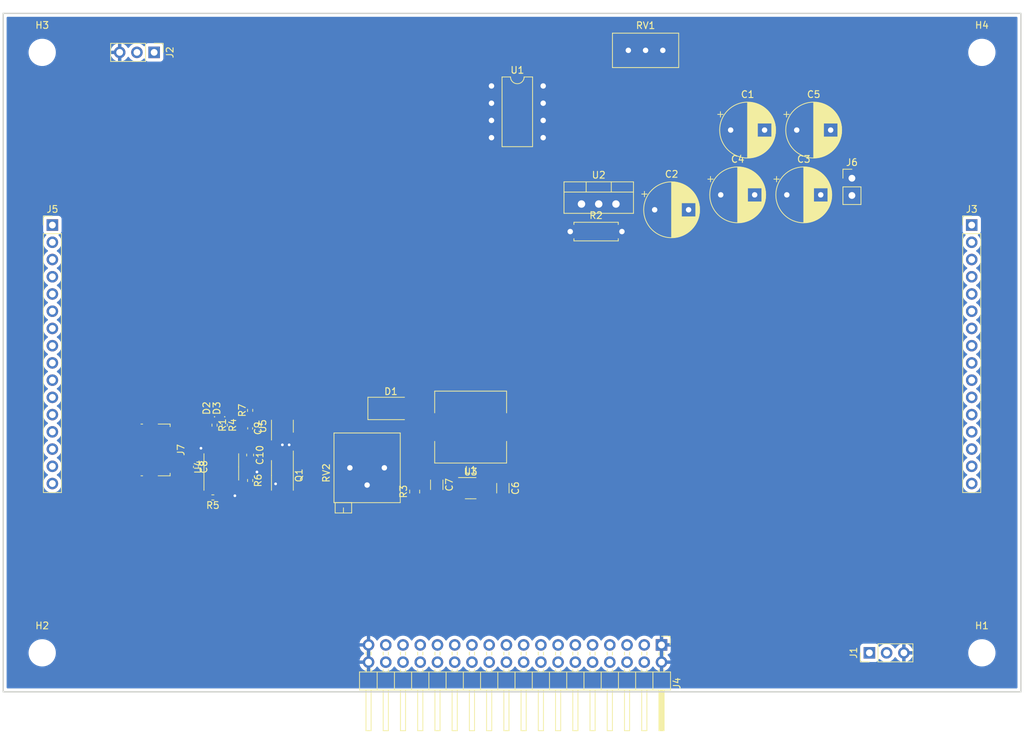
<source format=kicad_pcb>
(kicad_pcb (version 20211014) (generator pcbnew)
  (layers (0 "F.Cu" signal) (31 "B.Cu" signal) (34 "B.Paste" user) (35 "F.Paste" user) (36 "B.SilkS" user "B.Silkscreen") (37 "F.SilkS" user "F.Silkscreen") (38 "B.Mask" user) (39 "F.Mask" user) (44 "Edge.Cuts" user))
  (net 0 "")
  (net 1 "+5V")
  (net 2 "+2V5")
  (net 3 "GND")
  (net 68 "Net-(C1-Pad1)")
  (net 69 "Net-(C1-Pad2)")
  (net 70 "Net-(C2-Pad1)")
  (net 71 "Net-(C2-Pad2)")
  (net 72 "Net-(C3-Pad1)")
  (net 73 "Net-(C4-Pad2)")
  (net 74 "-5V")
  (net 76 "Net-(R2-Pad1)")
  (net 78 "Net-(C6-Pad1)")
  (net 79 "Net-(D1-Pad2)")
  (net 82 "Net-(C7-Pad1)")
  (net 83 "Net-(C8-Pad1)")
  (net 85 "Net-(C9-Pad1)")
  (net 86 "B-")
  (net 87 "OUT{slash}B+")
  (net 88 "Net-(D2-Pad1)")
  (net 89 "Net-(D3-Pad1)")
  (net 93 "unconnected-(J7-Pad6)")
  (net 94 "Net-(Q1-Pad1)")
  (net 95 "Net-(U5-Pad1)")
  (net 96 "Net-(U5-Pad3)")
  (net 97 "Net-(R1-Pad2)")
  (net 98 "Net-(R3-Pad1)")
  (net 99 "Net-(R4-Pad2)")
  (net 100 "Net-(R5-Pad1)")
  (net 101 "Net-(U5-Pad2)")
  (footprint "Capacitor_THT:CP_Radial_D8.0mm_P5.00mm" (layer "F.Cu") (at 195 74)
    (fp_text reference "C3" (at 2.5 -5.25) (layer "F.SilkS"))
    (fp_text value "C")
    (pad "1" thru_hole rect (at 0 0) (size 1.6 1.6) (drill 0.8) (layers *.Cu *.Mask) (net 72 "Net-(C3-Pad1)"))
    (pad "2" thru_hole circle (at 5 0) (size 1.6 1.6) (drill 0.8) (layers *.Cu *.Mask) (net 3 "GND"))
  )
  (footprint "Connector_USB:USB_Micro-B_Molex_47346-0001" (layer "F.Cu") (at 102.4 111.59625 -90)
    (fp_text reference "J7" (at 0 -3.3 90) (layer "F.SilkS"))
    (fp_text value "USB_B_Micro")
    (pad "1" smd rect (at -1.3 -1.46 270) (size 0.45 1.38) (layers "F.Cu" "F.Paste" "F.Mask") (net 83 "Net-(C8-Pad1)"))
    (pad "2" smd rect (at -0.65 -1.46 270) (size 0.45 1.38) (layers "F.Cu" "F.Paste" "F.Mask"))
    (pad "3" smd rect (at 0 -1.46 270) (size 0.45 1.38) (layers "F.Cu" "F.Paste" "F.Mask"))
    (pad "4" smd rect (at 0.65 -1.46 270) (size 0.45 1.38) (layers "F.Cu" "F.Paste" "F.Mask"))
    (pad "5" smd rect (at 1.3 -1.46 270) (size 0.45 1.38) (layers "F.Cu" "F.Paste" "F.Mask") (net 3 "GND"))
    (pad "6" smd rect (at 3.375 1.2 270) (size 1.65 1.3) (layers "F.Cu" "F.Paste" "F.Mask") (net 93 "unconnected-(J7-Pad6)"))
    (pad "6" smd rect (at 2.4875 -1.375 270) (size 1.425 1.55) (layers "F.Cu" "F.Paste" "F.Mask") (net 93 "unconnected-(J7-Pad6)"))
    (pad "6" smd rect (at -3.375 1.2 270) (size 1.65 1.3) (layers "F.Cu" "F.Paste" "F.Mask") (net 93 "unconnected-(J7-Pad6)"))
    (pad "6" smd rect (at 1.55 1.2 270) (size 1 1.9) (layers "F.Cu" "F.Paste" "F.Mask") (net 93 "unconnected-(J7-Pad6)"))
    (pad "6" smd rect (at -1.15 1.2 270) (size 1.8 1.9) (layers "F.Cu" "F.Paste" "F.Mask") (net 93 "unconnected-(J7-Pad6)"))
    (pad "6" smd rect (at -2.4875 -1.375 270) (size 1.425 1.55) (layers "F.Cu" "F.Paste" "F.Mask") (net 93 "unconnected-(J7-Pad6)"))
  )
  (footprint "Package_SO:SOIC-8-1EP_3.9x4.9mm_P1.27mm_EP2.29x3mm" (layer "F.Cu") (at 111.65 114.09625 90)
    (fp_text reference "U4" (at 0 -3.4 90) (layer "F.SilkS"))
    (fp_text value "TP4056")
    (pad "1" smd roundrect (at -2.475 -1.905 90) (size 1.95 0.6) (layers "F.Cu" "F.Paste" "F.Mask") (net 3 "GND"))
    (pad "2" smd roundrect (at -2.475 -0.635 90) (size 1.95 0.6) (layers "F.Cu" "F.Paste" "F.Mask") (net 100 "Net-(R5-Pad1)"))
    (pad "3" smd roundrect (at -2.475 0.635 90) (size 1.95 0.6) (layers "F.Cu" "F.Paste" "F.Mask") (net 3 "GND"))
    (pad "4" smd roundrect (at -2.475 1.905 90) (size 1.95 0.6) (layers "F.Cu" "F.Paste" "F.Mask") (net 83 "Net-(C8-Pad1)"))
    (pad "5" smd roundrect (at 2.475 1.905 90) (size 1.95 0.6) (layers "F.Cu" "F.Paste" "F.Mask") (net 87 "OUT{slash}B+"))
    (pad "6" smd roundrect (at 2.475 0.635 90) (size 1.95 0.6) (layers "F.Cu" "F.Paste" "F.Mask") (net 99 "Net-(R4-Pad2)"))
    (pad "7" smd roundrect (at 2.475 -0.635 90) (size 1.95 0.6) (layers "F.Cu" "F.Paste" "F.Mask") (net 97 "Net-(R1-Pad2)"))
    (pad "8" smd roundrect (at 2.475 -1.905 90) (size 1.95 0.6) (layers "F.Cu" "F.Paste" "F.Mask") (net 83 "Net-(C8-Pad1)"))
    (pad "9" smd rect (at 0 0 90) (size 2.29 3) (layers "F.Cu" "F.Mask"))
  )
  (footprint "Capacitor_SMD:C_0603_1608Metric_Pad1.08x0.95mm_HandSolder" (layer "F.Cu") (at 115.9 112.34625 -90)
    (fp_text reference "C10" (at 0 -1.43 90) (layer "F.SilkS"))
    (fp_text value "C")
    (pad "1" smd roundrect (at -0.8625 0 270) (size 1.075 0.95) (layers "F.Cu" "F.Paste" "F.Mask") (net 87 "OUT{slash}B+"))
    (pad "2" smd roundrect (at 0.8625 0 270) (size 1.075 0.95) (layers "F.Cu" "F.Paste" "F.Mask") (net 3 "GND"))
  )
  (footprint "Capacitor_THT:CP_Radial_D8.0mm_P5.00mm" (layer "F.Cu") (at 186.72 64.45)
    (fp_text reference "C1" (at 2.5 -5.25) (layer "F.SilkS"))
    (fp_text value "C")
    (pad "1" thru_hole rect (at 0 0) (size 1.6 1.6) (drill 0.8) (layers *.Cu *.Mask) (net 68 "Net-(C1-Pad1)"))
    (pad "2" thru_hole circle (at 5 0) (size 1.6 1.6) (drill 0.8) (layers *.Cu *.Mask) (net 69 "Net-(C1-Pad2)"))
  )
  (footprint "Connector_PinHeader_2.54mm:PinHeader_1x03_P2.54mm_Vertical" (layer "F.Cu") (at 207.17 141.5 90)
    (fp_text reference "J1" (at 0 -2.33 90) (layer "F.SilkS"))
    (fp_text value "Conn_01x03_Female")
    (pad "1" thru_hole rect locked (at 0 0 90) (size 1.7 1.7) (drill 1) (layers *.Cu *.Mask) (net 1 "+5V"))
    (pad "2" thru_hole oval locked (at 0 2.54 90) (size 1.7 1.7) (drill 1) (layers *.Cu *.Mask) (net 2 "+2V5"))
    (pad "3" thru_hole oval locked (at 0 5.08 90) (size 1.7 1.7) (drill 1) (layers *.Cu *.Mask) (net 3 "GND"))
  )
  (footprint "Capacitor_THT:CP_Radial_D8.0mm_P5.00mm" (layer "F.Cu") (at 175.52 76.2)
    (fp_text reference "C2" (at 2.5 -5.25) (layer "F.SilkS"))
    (fp_text value "C")
    (pad "1" thru_hole rect (at 0 0) (size 1.6 1.6) (drill 0.8) (layers *.Cu *.Mask) (net 70 "Net-(C2-Pad1)"))
    (pad "2" thru_hole circle (at 5 0) (size 1.6 1.6) (drill 0.8) (layers *.Cu *.Mask) (net 71 "Net-(C2-Pad2)"))
  )
  (footprint "Connector_PinHeader_2.54mm:PinHeader_2x18_P2.54mm_Horizontal" (layer "F.Cu") (at 176.53 140.335 -90)
    (fp_text reference "J4" (at 5.655 -2.27 -90) (layer "F.SilkS"))
    (fp_text value "Conn_01x36_Male")
    (pad "1" thru_hole rect (at 0 0 270) (size 1.7 1.7) (drill 1) (layers *.Cu *.Mask) (net 3 "GND"))
    (pad "2" thru_hole oval (at 2.54 0 270) (size 1.7 1.7) (drill 1) (layers *.Cu *.Mask) (net 3 "GND"))
    (pad "3" thru_hole oval (at 0 2.54 270) (size 1.7 1.7) (drill 1) (layers *.Cu *.Mask))
    (pad "4" thru_hole oval (at 2.54 2.54 270) (size 1.7 1.7) (drill 1) (layers *.Cu *.Mask))
    (pad "5" thru_hole oval (at 0 5.08 270) (size 1.7 1.7) (drill 1) (layers *.Cu *.Mask))
    (pad "6" thru_hole oval (at 2.54 5.08 270) (size 1.7 1.7) (drill 1) (layers *.Cu *.Mask))
    (pad "7" thru_hole oval (at 0 7.62 270) (size 1.7 1.7) (drill 1) (layers *.Cu *.Mask))
    (pad "8" thru_hole oval (at 2.54 7.62 270) (size 1.7 1.7) (drill 1) (layers *.Cu *.Mask))
    (pad "9" thru_hole oval (at 0 10.16 270) (size 1.7 1.7) (drill 1) (layers *.Cu *.Mask))
    (pad "10" thru_hole oval (at 2.54 10.16 270) (size 1.7 1.7) (drill 1) (layers *.Cu *.Mask))
    (pad "11" thru_hole oval (at 0 12.7 270) (size 1.7 1.7) (drill 1) (layers *.Cu *.Mask))
    (pad "12" thru_hole oval (at 2.54 12.7 270) (size 1.7 1.7) (drill 1) (layers *.Cu *.Mask))
    (pad "13" thru_hole oval (at 0 15.24 270) (size 1.7 1.7) (drill 1) (layers *.Cu *.Mask))
    (pad "14" thru_hole oval (at 2.54 15.24 270) (size 1.7 1.7) (drill 1) (layers *.Cu *.Mask))
    (pad "15" thru_hole oval (at 0 17.78 270) (size 1.7 1.7) (drill 1) (layers *.Cu *.Mask))
    (pad "16" thru_hole oval (at 2.54 17.78 270) (size 1.7 1.7) (drill 1) (layers *.Cu *.Mask))
    (pad "17" thru_hole oval (at 0 20.32 270) (size 1.7 1.7) (drill 1) (layers *.Cu *.Mask))
    (pad "18" thru_hole oval (at 2.54 20.32 270) (size 1.7 1.7) (drill 1) (layers *.Cu *.Mask))
    (pad "19" thru_hole oval (at 0 22.86 270) (size 1.7 1.7) (drill 1) (layers *.Cu *.Mask))
    (pad "20" thru_hole oval (at 2.54 22.86 270) (size 1.7 1.7) (drill 1) (layers *.Cu *.Mask))
    (pad "21" thru_hole oval (at 0 25.4 270) (size 1.7 1.7) (drill 1) (layers *.Cu *.Mask))
    (pad "22" thru_hole oval (at 2.54 25.4 270) (size 1.7 1.7) (drill 1) (layers *.Cu *.Mask))
    (pad "23" thru_hole oval (at 0 27.94 270) (size 1.7 1.7) (drill 1) (layers *.Cu *.Mask))
    (pad "24" thru_hole oval (at 2.54 27.94 270) (size 1.7 1.7) (drill 1) (layers *.Cu *.Mask))
    (pad "25" thru_hole oval (at 0 30.48 270) (size 1.7 1.7) (drill 1) (layers *.Cu *.Mask))
    (pad "26" thru_hole oval (at 2.54 30.48 270) (size 1.7 1.7) (drill 1) (layers *.Cu *.Mask))
    (pad "27" thru_hole oval (at 0 33.02 270) (size 1.7 1.7) (drill 1) (layers *.Cu *.Mask))
    (pad "28" thru_hole oval (at 2.54 33.02 270) (size 1.7 1.7) (drill 1) (layers *.Cu *.Mask))
    (pad "29" thru_hole oval (at 0 35.56 270) (size 1.7 1.7) (drill 1) (layers *.Cu *.Mask))
    (pad "30" thru_hole oval (at 2.54 35.56 270) (size 1.7 1.7) (drill 1) (layers *.Cu *.Mask))
    (pad "31" thru_hole oval (at 0 38.1 270) (size 1.7 1.7) (drill 1) (layers *.Cu *.Mask))
    (pad "32" thru_hole oval (at 2.54 38.1 270) (size 1.7 1.7) (drill 1) (layers *.Cu *.Mask))
    (pad "33" thru_hole oval (at 0 40.64 270) (size 1.7 1.7) (drill 1) (layers *.Cu *.Mask))
    (pad "34" thru_hole oval (at 2.54 40.64 270) (size 1.7 1.7) (drill 1) (layers *.Cu *.Mask))
    (pad "35" thru_hole oval (at 0 43.18 270) (size 1.7 1.7) (drill 1) (layers *.Cu *.Mask) (net 3 "GND"))
    (pad "36" thru_hole oval (at 2.54 43.18 270) (size 1.7 1.7) (drill 1) (layers *.Cu *.Mask) (net 3 "GND"))
  )
  (footprint "MountingHole:MountingHole_3mm" (layer "F.Cu") (at 85.25 53)
    (fp_text reference "H3" (at 0 -4) (layer "F.SilkS"))
    (fp_text value "MountingHole")
    (pad "" np_thru_hole circle locked (at 0 0) (size 3 3) (drill 3) (layers *.Cu *.Mask))
  )
  (footprint "Capacitor_SMD:C_0402_1005Metric_Pad0.74x0.62mm_HandSolder" (layer "F.Cu") (at 115.9 108.41375 -90)
    (fp_text reference "C9" (at 0 -1.16 90) (layer "F.SilkS"))
    (fp_text value "C")
    (pad "1" smd roundrect (at -0.5675 0 270) (size 0.735 0.62) (layers "F.Cu" "F.Paste" "F.Mask") (net 85 "Net-(C9-Pad1)"))
    (pad "2" smd roundrect (at 0.5675 0 270) (size 0.735 0.62) (layers "F.Cu" "F.Paste" "F.Mask") (net 86 "B-"))
  )
  (footprint "Capacitor_THT:CP_Radial_D8.0mm_P5.00mm" (layer "F.Cu") (at 196.46 64.45)
    (fp_text reference "C5" (at 2.5 -5.25) (layer "F.SilkS"))
    (fp_text value "C")
    (pad "1" thru_hole rect (at 0 0) (size 1.6 1.6) (drill 0.8) (layers *.Cu *.Mask) (net 3 "GND"))
    (pad "2" thru_hole circle (at 5 0) (size 1.6 1.6) (drill 0.8) (layers *.Cu *.Mask) (net 74 "-5V"))
  )
  (footprint "Package_DIP:DIP-8_W7.62mm_LongPads" (layer "F.Cu") (at 151.47 57.95)
    (fp_text reference "U1" (at 3.81 -2.33) (layer "F.SilkS"))
    (fp_text value "MAX680CSA+T")
    (pad "1" thru_hole rect (at 0 0) (size 2.4 1.6) (drill 0.8) (layers *.Cu *.Mask) (net 69 "Net-(C1-Pad2)"))
    (pad "2" thru_hole oval (at 0 2.54) (size 2.4 1.6) (drill 0.8) (layers *.Cu *.Mask) (net 70 "Net-(C2-Pad1)"))
    (pad "3" thru_hole oval (at 0 5.08) (size 2.4 1.6) (drill 0.8) (layers *.Cu *.Mask) (net 71 "Net-(C2-Pad2)"))
    (pad "4" thru_hole oval (at 0 7.62) (size 2.4 1.6) (drill 0.8) (layers *.Cu *.Mask) (net 72 "Net-(C3-Pad1)"))
    (pad "5" thru_hole oval (at 7.62 7.62) (size 2.4 1.6) (drill 0.8) (layers *.Cu *.Mask) (net 3 "GND"))
    (pad "6" thru_hole oval (at 7.62 5.08) (size 2.4 1.6) (drill 0.8) (layers *.Cu *.Mask) (net 1 "+5V"))
    (pad "7" thru_hole oval (at 7.62 2.54) (size 2.4 1.6) (drill 0.8) (layers *.Cu *.Mask) (net 68 "Net-(C1-Pad1)"))
    (pad "8" thru_hole oval (at 7.62 0) (size 2.4 1.6) (drill 0.8) (layers *.Cu *.Mask))
  )
  (footprint "MountingHole:MountingHole_3mm" (layer "F.Cu") (at 223.75 53)
    (fp_text reference "H4" (at 0 -4) (layer "F.SilkS"))
    (fp_text value "MountingHole")
    (pad "" np_thru_hole circle locked (at 0 0) (size 3 3) (drill 3) (layers *.Cu *.Mask))
  )
  (footprint "Capacitor_THT:CP_Radial_D8.0mm_P5.00mm" (layer "F.Cu") (at 185.26 74)
    (fp_text reference "C4" (at 2.5 -5.25) (layer "F.SilkS"))
    (fp_text value "C")
    (pad "1" thru_hole rect (at 0 0) (size 1.6 1.6) (drill 0.8) (layers *.Cu *.Mask) (net 3 "GND"))
    (pad "2" thru_hole circle (at 5 0) (size 1.6 1.6) (drill 0.8) (layers *.Cu *.Mask) (net 73 "Net-(C4-Pad2)"))
  )
  (footprint "Resistor_SMD:R_0402_1005Metric_Pad0.72x0.64mm_HandSolder" (layer "F.Cu") (at 110.65 107.94375 -90)
    (fp_text reference "R1" (at 0 -1.17 90) (layer "F.SilkS"))
    (fp_text value "R")
    (pad "1" smd roundrect (at -0.5975 0 270) (size 0.715 0.64) (layers "F.Cu" "F.Paste" "F.Mask") (net 88 "Net-(D2-Pad1)"))
    (pad "2" smd roundrect (at 0.5975 0 270) (size 0.715 0.64) (layers "F.Cu" "F.Paste" "F.Mask") (net 97 "Net-(R1-Pad2)"))
  )
  (footprint "Connector_PinHeader_2.54mm:PinHeader_1x02_P2.54mm_Vertical" (layer "F.Cu") (at 204.595302 71.55)
    (fp_text reference "J6" (at 0 -2.33) (layer "F.SilkS"))
    (fp_text value "Conn_01x02_Male")
    (pad "1" thru_hole rect (at 0 0) (size 1.7 1.7) (drill 1) (layers *.Cu *.Mask) (net 73 "Net-(C4-Pad2)"))
    (pad "2" thru_hole oval (at 0 2.54) (size 1.7 1.7) (drill 1) (layers *.Cu *.Mask) (net 72 "Net-(C3-Pad1)"))
  )
  (footprint "Resistor_THT:R_Axial_DIN0207_L6.3mm_D2.5mm_P7.62mm_Horizontal" (layer "F.Cu") (at 163.075302 79.41)
    (fp_text reference "R2" (at 3.81 -2.37) (layer "F.SilkS"))
    (fp_text value "R")
    (pad "1" thru_hole circle (at 0 0) (size 1.6 1.6) (drill 0.8) (layers *.Cu *.Mask) (net 76 "Net-(R2-Pad1)"))
    (pad "2" thru_hole oval (at 7.62 0) (size 1.6 1.6) (drill 0.8) (layers *.Cu *.Mask) (net 74 "-5V"))
  )
  (footprint "Resistor_SMD:R_0402_1005Metric_Pad0.72x0.64mm_HandSolder" (layer "F.Cu") (at 110.4 118.59625 180)
    (fp_text reference "R5" (at 0 -1.17) (layer "F.SilkS"))
    (fp_text value "R")
    (pad "1" smd roundrect (at -0.5975 0 180) (size 0.715 0.64) (layers "F.Cu" "F.Paste" "F.Mask") (net 100 "Net-(R5-Pad1)"))
    (pad "2" smd roundrect (at 0.5975 0 180) (size 0.715 0.64) (layers "F.Cu" "F.Paste" "F.Mask") (net 3 "GND"))
  )
  (footprint "Capacitor_SMD:C_1206_3216Metric" (layer "F.Cu") (at 153.15 117.23125 -90)
    (fp_text reference "C6" (at 0 -1.85 90) (layer "F.SilkS"))
    (fp_text value "C")
    (pad "1" smd roundrect (at -1.475 0 270) (size 1.15 1.8) (layers "F.Cu" "F.Paste" "F.Mask") (roundrect_rratio 0.217391) (net 78 "Net-(C6-Pad1)"))
    (pad "2" smd roundrect (at 1.475 0 270) (size 1.15 1.8) (layers "F.Cu" "F.Paste" "F.Mask") (roundrect_rratio 0.217391) (net 3 "GND"))
  )
  (footprint "Connector_PinHeader_2.54mm:PinHeader_1x16_P2.54mm_Vertical" (layer "F.Cu") (at 86.75 78.45)
    (fp_text reference "J5" (at 0 -2.33) (layer "F.SilkS"))
    (fp_text value "Conn_01x16_Female")
    (pad "1" thru_hole rect locked (at 0 0) (size 1.7 1.7) (drill 1) (layers *.Cu *.Mask))
    (pad "2" thru_hole oval locked (at 0 2.54) (size 1.7 1.7) (drill 1) (layers *.Cu *.Mask))
    (pad "3" thru_hole oval locked (at 0 5.08) (size 1.7 1.7) (drill 1) (layers *.Cu *.Mask))
    (pad "4" thru_hole oval locked (at 0 7.62) (size 1.7 1.7) (drill 1) (layers *.Cu *.Mask))
    (pad "5" thru_hole oval locked (at 0 10.16) (size 1.7 1.7) (drill 1) (layers *.Cu *.Mask))
    (pad "6" thru_hole oval locked (at 0 12.7) (size 1.7 1.7) (drill 1) (layers *.Cu *.Mask))
    (pad "7" thru_hole oval locked (at 0 15.24) (size 1.7 1.7) (drill 1) (layers *.Cu *.Mask))
    (pad "8" thru_hole oval locked (at 0 17.78) (size 1.7 1.7) (drill 1) (layers *.Cu *.Mask))
    (pad "9" thru_hole oval locked (at 0 20.32) (size 1.7 1.7) (drill 1) (layers *.Cu *.Mask))
    (pad "10" thru_hole oval locked (at 0 22.86) (size 1.7 1.7) (drill 1) (layers *.Cu *.Mask))
    (pad "11" thru_hole oval locked (at 0 25.4) (size 1.7 1.7) (drill 1) (layers *.Cu *.Mask))
    (pad "12" thru_hole oval locked (at 0 27.94) (size 1.7 1.7) (drill 1) (layers *.Cu *.Mask))
    (pad "13" thru_hole oval locked (at 0 30.48) (size 1.7 1.7) (drill 1) (layers *.Cu *.Mask))
    (pad "14" thru_hole oval locked (at 0 33.02) (size 1.7 1.7) (drill 1) (layers *.Cu *.Mask))
    (pad "15" thru_hole oval locked (at 0 35.56) (size 1.7 1.7) (drill 1) (layers *.Cu *.Mask))
    (pad "16" thru_hole oval locked (at 0 38.1) (size 1.7 1.7) (drill 1) (layers *.Cu *.Mask))
  )
  (footprint "Connector_PinHeader_2.54mm:PinHeader_1x03_P2.54mm_Vertical" (layer "F.Cu") (at 101.75 53 -90)
    (fp_text reference "J2" (at 0 -2.33 90) (layer "F.SilkS"))
    (fp_text value "Conn_01x03_Female")
    (pad "1" thru_hole rect locked (at 0 0 270) (size 1.7 1.7) (drill 1) (layers *.Cu *.Mask) (net 1 "+5V"))
    (pad "2" thru_hole oval locked (at 0 2.54 270) (size 1.7 1.7) (drill 1) (layers *.Cu *.Mask) (net 2 "+2V5"))
    (pad "3" thru_hole oval locked (at 0 5.08 270) (size 1.7 1.7) (drill 1) (layers *.Cu *.Mask) (net 3 "GND"))
  )
  (footprint "Inductor_SMD:L_10.4x10.4_H4.8" (layer "F.Cu") (at 148.4 108.23125 180)
    (fp_text reference "L1" (at 0 -6.35) (layer "F.SilkS"))
    (fp_text value "L")
    (pad "1" smd rect (at -4.15 0 180) (size 2.7 3.6) (layers "F.Cu" "F.Paste" "F.Mask") (net 78 "Net-(C6-Pad1)"))
    (pad "2" smd rect (at 4.15 0 180) (size 2.7 3.6) (layers "F.Cu" "F.Paste" "F.Mask") (net 79 "Net-(D1-Pad2)"))
  )
  (footprint "Connector_PinHeader_2.54mm:PinHeader_1x16_P2.54mm_Vertical" (layer "F.Cu") (at 222.25 78.45)
    (fp_text reference "J3" (at 0 -2.33) (layer "F.SilkS"))
    (fp_text value "Conn_01x16_Female")
    (pad "1" thru_hole rect locked (at 0 0) (size 1.7 1.7) (drill 1) (layers *.Cu *.Mask))
    (pad "2" thru_hole oval locked (at 0 2.54) (size 1.7 1.7) (drill 1) (layers *.Cu *.Mask))
    (pad "3" thru_hole oval locked (at 0 5.08) (size 1.7 1.7) (drill 1) (layers *.Cu *.Mask))
    (pad "4" thru_hole oval locked (at 0 7.62) (size 1.7 1.7) (drill 1) (layers *.Cu *.Mask))
    (pad "5" thru_hole oval locked (at 0 10.16) (size 1.7 1.7) (drill 1) (layers *.Cu *.Mask))
    (pad "6" thru_hole oval locked (at 0 12.7) (size 1.7 1.7) (drill 1) (layers *.Cu *.Mask))
    (pad "7" thru_hole oval locked (at 0 15.24) (size 1.7 1.7) (drill 1) (layers *.Cu *.Mask))
    (pad "8" thru_hole oval locked (at 0 17.78) (size 1.7 1.7) (drill 1) (layers *.Cu *.Mask))
    (pad "9" thru_hole oval locked (at 0 20.32) (size 1.7 1.7) (drill 1) (layers *.Cu *.Mask))
    (pad "10" thru_hole oval locked (at 0 22.86) (size 1.7 1.7) (drill 1) (layers *.Cu *.Mask))
    (pad "11" thru_hole oval locked (at 0 25.4) (size 1.7 1.7) (drill 1) (layers *.Cu *.Mask))
    (pad "12" thru_hole oval locked (at 0 27.94) (size 1.7 1.7) (drill 1) (layers *.Cu *.Mask))
    (pad "13" thru_hole oval locked (at 0 30.48) (size 1.7 1.7) (drill 1) (layers *.Cu *.Mask))
    (pad "14" thru_hole oval locked (at 0 33.02) (size 1.7 1.7) (drill 1) (layers *.Cu *.Mask))
    (pad "15" thru_hole oval locked (at 0 35.56) (size 1.7 1.7) (drill 1) (layers *.Cu *.Mask))
    (pad "16" thru_hole oval locked (at 0 38.1) (size 1.7 1.7) (drill 1) (layers *.Cu *.Mask))
  )
  (footprint "Diode_SMD:D_SMA" (layer "F.Cu") (at 136.65 105.48125)
    (fp_text reference "D1" (at 0 -2.5) (layer "F.SilkS"))
    (fp_text value "D")
    (pad "1" smd rect (at -2 0) (size 2.5 1.8) (layers "F.Cu" "F.Paste" "F.Mask") (net 82 "Net-(C7-Pad1)"))
    (pad "2" smd rect (at 2 0) (size 2.5 1.8) (layers "F.Cu" "F.Paste" "F.Mask") (net 79 "Net-(D1-Pad2)"))
  )
  (footprint "Capacitor_SMD:C_1206_3216Metric" (layer "F.Cu") (at 143.4 116.73125 -90)
    (fp_text reference "C7" (at 0 -1.85 90) (layer "F.SilkS"))
    (fp_text value "C")
    (pad "1" smd roundrect (at -1.475 0 270) (size 1.15 1.8) (layers "F.Cu" "F.Paste" "F.Mask") (roundrect_rratio 0.217391) (net 82 "Net-(C7-Pad1)"))
    (pad "2" smd roundrect (at 1.475 0 270) (size 1.15 1.8) (layers "F.Cu" "F.Paste" "F.Mask") (roundrect_rratio 0.217391) (net 3 "GND"))
  )
  (footprint "Potentiometer_THT:Potentiometer_Bourns_3296P_Horizontal" (layer "F.Cu") (at 130.6 114.23125 90)
    (fp_text reference "RV2" (at -0.76 -3.475 90) (layer "F.SilkS"))
    (fp_text value "R_Potentiometer")
    (pad "1" thru_hole circle (at 0 0 90) (size 1.44 1.44) (drill 0.8) (layers *.Cu *.Mask))
    (pad "2" thru_hole circle (at -2.54 2.54 90) (size 1.44 1.44) (drill 0.8) (layers *.Cu *.Mask) (net 98 "Net-(R3-Pad1)"))
    (pad "3" thru_hole circle (at 0 5.08 90) (size 1.44 1.44) (drill 0.8) (layers *.Cu *.Mask) (net 82 "Net-(C7-Pad1)"))
  )
  (footprint "Package_TO_SOT_SMD:SOT-23-6_Handsoldering" (layer "F.Cu") (at 120.65 108.09625 90)
    (fp_text reference "U5" (at 0 -2.9 90) (layer "F.SilkS"))
    (fp_text value "DW01")
    (pad "1" smd rect (at -1.35 -0.95 90) (size 1.56 0.65) (layers "F.Cu" "F.Paste" "F.Mask") (net 95 "Net-(U5-Pad1)"))
    (pad "2" smd rect (at -1.35 0 90) (size 1.56 0.65) (layers "F.Cu" "F.Paste" "F.Mask") (net 101 "Net-(U5-Pad2)"))
    (pad "3" smd rect (at -1.35 0.95 90) (size 1.56 0.65) (layers "F.Cu" "F.Paste" "F.Mask") (net 96 "Net-(U5-Pad3)"))
    (pad "4" smd rect (at 1.35 0.95 90) (size 1.56 0.65) (layers "F.Cu" "F.Paste" "F.Mask"))
    (pad "5" smd rect (at 1.35 0 90) (size 1.56 0.65) (layers "F.Cu" "F.Paste" "F.Mask") (net 85 "Net-(C9-Pad1)"))
    (pad "6" smd rect (at 1.35 -0.95 90) (size 1.56 0.65) (layers "F.Cu" "F.Paste" "F.Mask") (net 86 "B-"))
  )
  (footprint "MountingHole:MountingHole_3mm" (layer "F.Cu") (at 223.75 141.5)
    (fp_text reference "H1" (at 0 -4) (layer "F.SilkS"))
    (fp_text value "MountingHole")
    (pad "" np_thru_hole circle locked (at 0 0) (size 3 3) (drill 3) (layers *.Cu *.Mask))
  )
  (footprint "Package_TO_SOT_SMD:SOT-23-6" (layer "F.Cu") (at 148.4 117.23125)
    (fp_text reference "U3" (at 0 -2.4) (layer "F.SilkS"))
    (fp_text value "MT3608")
    (pad "1" smd roundrect (at -1.1375 -0.95) (size 1.325 0.6) (layers "F.Cu" "F.Paste" "F.Mask") (net 79 "Net-(D1-Pad2)"))
    (pad "2" smd roundrect (at -1.1375 0) (size 1.325 0.6) (layers "F.Cu" "F.Paste" "F.Mask") (net 3 "GND"))
    (pad "3" smd roundrect (at -1.1375 0.95) (size 1.325 0.6) (layers "F.Cu" "F.Paste" "F.Mask") (net 98 "Net-(R3-Pad1)"))
    (pad "4" smd roundrect (at 1.1375 0.95) (size 1.325 0.6) (layers "F.Cu" "F.Paste" "F.Mask"))
    (pad "5" smd roundrect (at 1.1375 0) (size 1.325 0.6) (layers "F.Cu" "F.Paste" "F.Mask") (net 78 "Net-(C6-Pad1)"))
    (pad "6" smd roundrect (at 1.1375 -0.95) (size 1.325 0.6) (layers "F.Cu" "F.Paste" "F.Mask"))
  )
  (footprint "MountingHole:MountingHole_3mm" (layer "F.Cu") (at 85.25 141.5)
    (fp_text reference "H2" (at 0 -4) (layer "F.SilkS"))
    (fp_text value "MountingHole")
    (pad "" np_thru_hole circle locked (at 0 0) (size 3 3) (drill 3) (layers *.Cu *.Mask))
  )
  (footprint "Resistor_SMD:R_0402_1005Metric_Pad0.72x0.64mm_HandSolder" (layer "F.Cu") (at 115.9 105.76125 90)
    (fp_text reference "R7" (at 0 -1.17 90) (layer "F.SilkS"))
    (fp_text value "R")
    (pad "1" smd roundrect (at -0.5975 0 90) (size 0.715 0.64) (layers "F.Cu" "F.Paste" "F.Mask") (net 85 "Net-(C9-Pad1)"))
    (pad "2" smd roundrect (at 0.5975 0 90) (size 0.715 0.64) (layers "F.Cu" "F.Paste" "F.Mask") (net 87 "OUT{slash}B+"))
  )
  (footprint "Capacitor_SMD:C_0402_1005Metric_Pad0.74x0.62mm_HandSolder" (layer "F.Cu") (at 107.9 114.09625 -90)
    (fp_text reference "C8" (at 0 -1.16 90) (layer "F.SilkS"))
    (fp_text value "C")
    (pad "1" smd roundrect (at -0.5675 0 270) (size 0.735 0.62) (layers "F.Cu" "F.Paste" "F.Mask") (net 83 "Net-(C8-Pad1)"))
    (pad "2" smd roundrect (at 0.5675 0 270) (size 0.735 0.62) (layers "F.Cu" "F.Paste" "F.Mask") (net 3 "GND"))
  )
  (footprint "LED_SMD:LED_0402_1005Metric_Pad0.77x0.64mm_HandSolder" (layer "F.Cu") (at 110.65 105.44375 90)
    (fp_text reference "D2" (at 0 -1.17 90) (layer "F.SilkS"))
    (fp_text value "LED")
    (pad "1" smd roundrect (at -0.5725 0 90) (size 0.765 0.64) (layers "F.Cu" "F.Paste" "F.Mask") (net 88 "Net-(D2-Pad1)"))
    (pad "2" smd roundrect (at 0.5725 0 90) (size 0.765 0.64) (layers "F.Cu" "F.Paste" "F.Mask") (net 83 "Net-(C8-Pad1)"))
  )
  (footprint "Resistor_SMD:R_0805_2012Metric" (layer "F.Cu") (at 140.15 117.73125 90)
    (fp_text reference "R3" (at 0 -1.65 90) (layer "F.SilkS"))
    (fp_text value "R")
    (pad "1" smd roundrect (at -0.9125 0 90) (size 1.025 1.4) (layers "F.Cu" "F.Paste" "F.Mask") (roundrect_rratio 0.243902) (net 98 "Net-(R3-Pad1)"))
    (pad "2" smd roundrect (at 0.9125 0 90) (size 1.025 1.4) (layers "F.Cu" "F.Paste" "F.Mask") (roundrect_rratio 0.243902) (net 3 "GND"))
  )
  (footprint "Package_TO_SOT_THT:TO-220-3_Vertical" (layer "F.Cu") (at 164.735302 75.35)
    (fp_text reference "U2" (at 2.54 -4.27) (layer "F.SilkS"))
    (fp_text value "LM337_TO220")
    (pad "1" thru_hole rect (at 0 0) (size 1.905 2) (drill 1.1) (layers *.Cu *.Mask) (net 76 "Net-(R2-Pad1)"))
    (pad "2" thru_hole oval (at 2.54 0) (size 1.905 2) (drill 1.1) (layers *.Cu *.Mask) (net 73 "Net-(C4-Pad2)"))
    (pad "3" thru_hole oval (at 5.08 0) (size 1.905 2) (drill 1.1) (layers *.Cu *.Mask) (net 74 "-5V"))
  )
  (footprint "Resistor_SMD:R_0402_1005Metric_Pad0.72x0.64mm_HandSolder" (layer "F.Cu") (at 112.15 107.94375 -90)
    (fp_text reference "R4" (at 0 -1.17 90) (layer "F.SilkS"))
    (fp_text value "R")
    (pad "1" smd roundrect (at -0.5975 0 270) (size 0.715 0.64) (layers "F.Cu" "F.Paste" "F.Mask") (net 89 "Net-(D3-Pad1)"))
    (pad "2" smd roundrect (at 0.5975 0 270) (size 0.715 0.64) (layers "F.Cu" "F.Paste" "F.Mask") (net 99 "Net-(R4-Pad2)"))
  )
  (footprint "Package_SO:TSSOP-8_4.4x3mm_P0.65mm" (layer "F.Cu") (at 120.65 115.34625 -90)
    (fp_text reference "Q1" (at 0 -2.45 90) (layer "F.SilkS"))
    (fp_text value "FS8205A")
    (pad "1" smd roundrect (at -2.8625 -0.975 270) (size 1.475 0.4) (layers "F.Cu" "F.Paste" "F.Mask") (net 94 "Net-(Q1-Pad1)"))
    (pad "2" smd roundrect (at -2.8625 -0.325 270) (size 1.475 0.4) (layers "F.Cu" "F.Paste" "F.Mask") (net 86 "B-"))
    (pad "3" smd roundrect (at -2.8625 0.325 270) (size 1.475 0.4) (layers "F.Cu" "F.Paste" "F.Mask") (net 86 "B-"))
    (pad "4" smd roundrect (at -2.8625 0.975 270) (size 1.475 0.4) (layers "F.Cu" "F.Paste" "F.Mask") (net 95 "Net-(U5-Pad1)"))
    (pad "5" smd roundrect (at 2.8625 0.975 270) (size 1.475 0.4) (layers "F.Cu" "F.Paste" "F.Mask") (net 96 "Net-(U5-Pad3)"))
    (pad "6" smd roundrect (at 2.8625 0.325 270) (size 1.475 0.4) (layers "F.Cu" "F.Paste" "F.Mask") (net 3 "GND"))
    (pad "7" smd roundrect (at 2.8625 -0.325 270) (size 1.475 0.4) (layers "F.Cu" "F.Paste" "F.Mask") (net 3 "GND"))
    (pad "8" smd roundrect (at 2.8625 -0.975 270) (size 1.475 0.4) (layers "F.Cu" "F.Paste" "F.Mask") (net 94 "Net-(Q1-Pad1)"))
  )
  (footprint "Potentiometer_THT:Potentiometer_Bourns_3296W_Vertical" (layer "F.Cu") (at 176.72 52.7)
    (fp_text reference "RV1" (at -2.54 -3.66) (layer "F.SilkS"))
    (fp_text value "R_Potentiometer_Trim")
    (pad "1" thru_hole circle (at 0 0) (size 1.44 1.44) (drill 0.8) (layers *.Cu *.Mask))
    (pad "2" thru_hole circle (at -2.54 0) (size 1.44 1.44) (drill 0.8) (layers *.Cu *.Mask) (net 3 "GND"))
    (pad "3" thru_hole circle (at -5.08 0) (size 1.44 1.44) (drill 0.8) (layers *.Cu *.Mask) (net 76 "Net-(R2-Pad1)"))
  )
  (footprint "LED_SMD:LED_0402_1005Metric_Pad0.77x0.64mm_HandSolder" (layer "F.Cu") (at 112.15 105.44375 90)
    (fp_text reference "D3" (at 0 -1.17 90) (layer "F.SilkS"))
    (fp_text value "LED")
    (pad "1" smd roundrect (at -0.5725 0 90) (size 0.765 0.64) (layers "F.Cu" "F.Paste" "F.Mask") (net 89 "Net-(D3-Pad1)"))
    (pad "2" smd roundrect (at 0.5725 0 90) (size 0.765 0.64) (layers "F.Cu" "F.Paste" "F.Mask") (net 83 "Net-(C8-Pad1)"))
  )
  (footprint "Resistor_SMD:R_0402_1005Metric_Pad0.72x0.64mm_HandSolder" (layer "F.Cu") (at 115.9 116.09625 -90)
    (fp_text reference "R6" (at 0 -1.17 90) (layer "F.SilkS"))
    (fp_text value "R")
    (pad "1" smd roundrect (at -0.5975 0 270) (size 0.715 0.64) (layers "F.Cu" "F.Paste" "F.Mask") (net 101 "Net-(U5-Pad2)"))
    (pad "2" smd roundrect (at 0.5975 0 270) (size 0.715 0.64) (layers "F.Cu" "F.Paste" "F.Mask") (net 3 "GND"))
  )
  (gr_rect locked (start 79.5 47.25) (end 229.5 147.25) (layer "Edge.Cuts") (width 0.2) (fill none))
  (segment (start 139.6025 116.77125) (end 139.65 116.81875) (width 0.25) (layer "F.Cu") (net 3))
  (segment (start 110.4 119.59625) (end 112.15 119.59625) (width 0.45) (layer "F.Cu") (net 3))
  (segment (start 107.9 114.72625) (end 109.745 116.57125) (width 0.45) (layer "F.Cu") (net 3))
  (segment (start 143.4 118.20625) (end 144.375 117.23125) (width 0.6) (layer "F.Cu") (net 3))
  (segment (start 109.8025 118.59625) (end 109.8025 118.99875) (width 0.45) (layer "F.Cu") (net 3))
  (segment (start 107.9 114.66375) (end 107.9 114.72625) (width 0.45) (layer "F.Cu") (net 3))
  (segment (start 105.45 112.89625) (end 107.2175 114.66375) (width 0.45) (layer "F.Cu") (net 3))
  (segment (start 103.86 112.89625) (end 105.45 112.89625) (width 0.45) (layer "F.Cu") (net 3))
  (segment (start 114.4 119.09625) (end 112.65 119.09625) (width 0.45) (layer "F.Cu") (net 3))
  (segment (start 112.15 119.59625) (end 112.65 119.09625) (width 0.45) (layer "F.Cu") (net 3))
  (segment (start 143.3375 118.64375) (end 143.4 118.70625) (width 0.25) (layer "F.Cu") (net 3))
  (segment (start 120.975 118.20875) (end 120.325 118.20875) (width 0.45) (layer "F.Cu") (net 3))
  (segment (start 120.325 118.20875) (end 120.325 117.379467) (width 0.45) (layer "F.Cu") (net 3))
  (segment (start 144.375 117.23125) (end 147.2625 117.23125) (width 0.6) (layer "F.Cu") (net 3))
  (segment (start 109.745 118.53875) (end 109.8025 118.59625) (width 0.45) (layer "F.Cu") (net 3))
  (segment (start 109.8025 118.99875) (end 110.4 119.59625) (width 0.45) (layer "F.Cu") (net 3))
  (segment (start 115.9975 116.59625) (end 115.9 116.69375) (width 0.45) (layer "F.Cu") (net 3))
  (segment (start 142.0125 116.81875) (end 143.4 118.20625) (width 0.6) (layer "F.Cu") (net 3))
  (segment (start 107.2175 114.66375) (end 107.9 114.66375) (width 0.45) (layer "F.Cu") (net 3))
  (segment (start 112.65 119.09625) (end 112.285 118.73125) (width 0.45) (layer "F.Cu") (net 3))
  (segment (start 115.2475 116.69375) (end 114.9 116.34625) (width 0.45) (layer "F.Cu") (net 3))
  (segment (start 115.9 116.69375) (end 115.9 117.59625) (width 0.45) (layer "F.Cu") (net 3))
  (segment (start 114.9 114.20875) (end 115.9 113.20875) (width 0.45) (layer "F.Cu") (net 3))
  (segment (start 115.9 116.69375) (end 115.2475 116.69375) (width 0.45) (layer "F.Cu") (net 3))
  (segment (start 109.745 116.57125) (end 109.745 118.53875) (width 0.45) (layer "F.Cu") (net 3))
  (segment (start 112.285 118.73125) (end 112.285 116.57125) (width 0.45) (layer "F.Cu") (net 3))
  (segment (start 120.325 119.038033) (end 119.992263 119.37077) (width 0.45) (layer "F.Cu") (net 3))
  (segment (start 114.9 116.34625) (end 114.9 114.20875) (width 0.45) (layer "F.Cu") (net 3))
  (segment (start 120.325 118.20875) (end 120.325 119.038033) (width 0.45) (layer "F.Cu") (net 3))
  (segment (start 115.9 117.59625) (end 114.4 119.09625) (width 0.45) (layer "F.Cu") (net 3))
  (segment (start 117.67452 119.37077) (end 115.9 117.59625) (width 0.45) (layer "F.Cu") (net 3))
  (segment (start 119.992263 119.37077) (end 117.67452 119.37077) (width 0.45) (layer "F.Cu") (net 3))
  (segment (start 140.15 116.81875) (end 142.0125 116.81875) (width 0.6) (layer "F.Cu") (net 3))
  (segment (start 151.675 117.23125) (end 153.15 115.75625) (width 0.8) (layer "F.Cu") (net 78))
  (segment (start 153.15 115.75625) (end 152.55 115.15625) (width 0.25) (layer "F.Cu") (net 78))
  (segment (start 149.5375 117.23125) (end 151.675 117.23125) (width 0.6) (layer "F.Cu") (net 78))
  (segment (start 152.55 115.15625) (end 152.55 108.23125) (width 0.8) (layer "F.Cu") (net 78))
  (segment (start 141.4 108.23125) (end 138.65 105.48125) (width 0.8) (layer "F.Cu") (net 79))
  (segment (start 144.25 108.23125) (end 141.4 108.23125) (width 0.8) (layer "F.Cu") (net 79))
  (segment (start 147.2625 116.28125) (end 144.25 113.26875) (width 0.6) (layer "F.Cu") (net 79))
  (segment (start 144.25 113.26875) (end 144.25 108.23125) (width 0.6) (layer "F.Cu") (net 79))
  (segment (start 134.65 105.48125) (end 134.65 107.00625) (width 0.8) (layer "F.Cu") (net 82))
  (segment (start 135.68 108.03625) (end 134.65 107.00625) (width 0.8) (layer "F.Cu") (net 82))
  (segment (start 143.4 115.25625) (end 142.375 114.23125) (width 0.6) (layer "F.Cu") (net 82))
  (segment (start 142.375 114.23125) (end 135.68 114.23125) (width 0.6) (layer "F.Cu") (net 82))
  (segment (start 135.68 114.23125) (end 135.68 108.03625) (width 0.8) (layer "F.Cu") (net 82))
  (segment (start 109.46 111.90625) (end 109.745 111.62125) (width 0.6) (layer "F.Cu") (net 83))
  (segment (start 107.9 113.46625) (end 109.46 111.90625) (width 0.6) (layer "F.Cu") (net 83))
  (segment (start 108.65 106.701048) (end 108.65 111.34625) (width 0.6) (layer "F.Cu") (net 83))
  (segment (start 110.65 104.87125) (end 110.479798 104.87125) (width 0.6) (layer "F.Cu") (net 83))
  (segment (start 107.9 113.52875) (end 107.9 113.46625) (width 0.6) (layer "F.Cu") (net 83))
  (segment (start 113.555 118.25125) (end 113.65 118.34625) (width 0.45) (layer "F.Cu") (net 83))
  (segment (start 110.479798 104.87125) (end 108.65 106.701048) (width 0.6) (layer "F.Cu") (net 83))
  (segment (start 109.21 111.90625) (end 109.46 111.90625) (width 0.6) (layer "F.Cu") (net 83))
  (segment (start 107.6 110.29625) (end 109.21 111.90625) (width 0.45) (layer "F.Cu") (net 83))
  (segment (start 110.65 104.87125) (end 112.15 104.87125) (width 0.6) (layer "F.Cu") (net 83))
  (segment (start 108.65 111.34625) (end 109.21 111.90625) (width 0.6) (layer "F.Cu") (net 83))
  (segment (start 113.555 116.57125) (end 113.555 118.25125) (width 0.45) (layer "F.Cu") (net 83))
  (segment (start 103.86 110.29625) (end 107.6 110.29625) (width 0.45) (layer "F.Cu") (net 83))
  (via (at 108.65 111.34625) (size 0.5) (drill 0.4) (layers "F.Cu" "B.Cu") (net 83))
  (via (at 113.65 118.34625) (size 0.5) (drill 0.4) (layers "F.Cu" "B.Cu") (net 83))
  (segment (start 113.65 118.34625) (end 108.65 113.34625) (width 0.45) (layer "B.Cu") (net 83))
  (segment (start 108.65 113.34625) (end 108.65 111.34625) (width 0.45) (layer "B.Cu") (net 83))
  (segment (start 116.8875 106.35875) (end 118.15 105.09625) (width 0.6) (layer "F.Cu") (net 85))
  (segment (start 115.9 107.84625) (end 115.9 106.35875) (width 0.6) (layer "F.Cu") (net 85))
  (segment (start 118.15 105.09625) (end 120.154022 105.09625) (width 0.6) (layer "F.Cu") (net 85))
  (segment (start 120.65 105.592228) (end 120.65 106.74625) (width 0.6) (layer "F.Cu") (net 85))
  (segment (start 120.154022 105.09625) (end 120.65 105.592228) (width 0.6) (layer "F.Cu") (net 85))
  (segment (start 115.9 106.35875) (end 116.8875 106.35875) (width 0.6) (layer "F.Cu") (net 85))
  (segment (start 120.65 114.09625) (end 120.65 112.09625) (width 0.6) (layer "F.Cu") (net 86))
  (segment (start 115.9 108.98125) (end 117.465 108.98125) (width 0.6) (layer "F.Cu") (net 86))
  (segment (start 120.65 112.09625) (end 120.92548 112.37173) (width 0.6) (layer "F.Cu") (net 86))
  (segment (start 120.92548 112.37173) (end 120.92548 112.48375) (width 0.6) (layer "F.Cu") (net 86))
  (segment (start 117.465 108.98125) (end 119.7 106.74625) (width 0.6) (layer "F.Cu") (net 86))
  (segment (start 117.465 112.66125) (end 119.4 114.59625) (width 0.6) (layer "F.Cu") (net 86))
  (segment (start 119.4 114.59625) (end 120.15 114.59625) (width 0.6) (layer "F.Cu") (net 86))
  (segment (start 120.15 114.59625) (end 120.65 114.09625) (width 0.6) (layer "F.Cu") (net 86))
  (segment (start 117.465 108.98125) (end 117.465 112.66125) (width 0.6) (layer "F.Cu") (net 86))
  (segment (start 113.555 111.62125) (end 113.65 111.52625) (width 0.6) (layer "F.Cu") (net 87))
  (segment (start 113.6925 111.48375) (end 113.555 111.62125) (width 0.6) (layer "F.Cu") (net 87))
  (segment (start 113.65 111.52625) (end 113.65 105.84625) (width 0.6) (layer "F.Cu") (net 87))
  (segment (start 113.65 105.84625) (end 114.3325 105.16375) (width 0.6) (layer "F.Cu") (net 87))
  (segment (start 114.3325 105.16375) (end 115.9 105.16375) (width 0.6) (layer "F.Cu") (net 87))
  (segment (start 115.9 111.48375) (end 113.6925 111.48375) (width 0.6) (layer "F.Cu") (net 87))
  (segment (start 110.65 107.34625) (end 110.65 106.01625) (width 0.6) (layer "F.Cu") (net 88))
  (segment (start 112.15 107.34625) (end 112.15 106.01625) (width 0.6) (layer "F.Cu") (net 89))
  (segment (start 101.2 110.44625) (end 101.2 108.22125) (width 0.45) (layer "F.Cu") (net 93))
  (segment (start 103.775 114.08375) (end 102.0875 114.08375) (width 0.45) (layer "F.Cu") (net 93))
  (segment (start 101.2 108.22125) (end 102.8875 108.22125) (width 0.45) (layer "F.Cu") (net 93))
  (segment (start 102.8875 108.22125) (end 103.775 109.10875) (width 0.45) (layer "F.Cu") (net 93))
  (segment (start 102.0875 114.08375) (end 101.2 114.97125) (width 0.45) (layer "F.Cu") (net 93))
  (segment (start 101.2 113.14625) (end 101.2 110.44625) (width 0.45) (layer "F.Cu") (net 93))
  (segment (start 101.2 114.97125) (end 101.2 113.14625) (width 0.45) (layer "F.Cu") (net 93))
  (segment (start 121.65 118.18375) (end 121.65 112.48375) (width 0.45) (layer "F.Cu") (net 94))
  (segment (start 121.625 118.20875) (end 121.65 118.18375) (width 0.45) (layer "F.Cu") (net 94))
  (segment (start 119.675 109.47125) (end 119.7 109.44625) (width 0.45) (layer "F.Cu") (net 95))
  (segment (start 119.675 112.48375) (end 119.675 109.47125) (width 0.45) (layer "F.Cu") (net 95))
  (segment (start 121.65 109.49625) (end 121.6 109.44625) (width 0.45) (layer "F.Cu") (net 96))
  (segment (start 121.65 110.84625) (end 121.65 109.49625) (width 0.45) (layer "F.Cu") (net 96))
  (segment (start 119.675 116.62125) (end 119.65 116.59625) (width 0.45) (layer "F.Cu") (net 96))
  (segment (start 119.675 118.20875) (end 119.675 116.62125) (width 0.45) (layer "F.Cu") (net 96))
  (via (at 121.65 110.84625) (size 0.5) (drill 0.4) (layers "F.Cu" "B.Cu") (net 96))
  (via (at 119.65 116.59625) (size 0.5) (drill 0.4) (layers "F.Cu" "B.Cu") (net 96))
  (segment (start 121.65 114.59625) (end 121.65 110.84625) (width 0.45) (layer "B.Cu") (net 96))
  (segment (start 119.65 116.59625) (end 121.65 114.59625) (width 0.45) (layer "B.Cu") (net 96))
  (segment (start 111.015 108.90625) (end 110.65 108.54125) (width 0.6) (layer "F.Cu") (net 97))
  (segment (start 111.015 111.62125) (end 111.015 108.90625) (width 0.6) (layer "F.Cu") (net 97))
  (segment (start 140.15 118.64375) (end 135.5625 118.64375) (width 0.6) (layer "F.Cu") (net 98))
  (segment (start 144.9 119.48125) (end 140.9875 119.48125) (width 0.6) (layer "F.Cu") (net 98))
  (segment (start 146.2 118.18125) (end 144.9 119.48125) (width 0.6) (layer "F.Cu") (net 98))
  (segment (start 135.5625 118.64375) (end 133.69 116.77125) (width 0.6) (layer "F.Cu") (net 98))
  (segment (start 133.69 116.77125) (end 133.14 116.77125) (width 0.6) (layer "F.Cu") (net 98))
  (segment (start 140.9875 119.48125) (end 140.15 118.64375) (width 0.6) (layer "F.Cu") (net 98))
  (segment (start 147.2625 118.18125) (end 146.2 118.18125) (width 0.6) (layer "F.Cu") (net 98))
  (segment (start 112.285 111.62125) (end 112.285 108.67625) (width 0.6) (layer "F.Cu") (net 99))
  (segment (start 112.285 108.67625) (end 112.15 108.54125) (width 0.6) (layer "F.Cu") (net 99))
  (segment (start 110.9975 116.58875) (end 111.015 116.57125) (width 0.6) (layer "F.Cu") (net 100))
  (segment (start 110.9975 118.59625) (end 110.9975 116.58875) (width 0.6) (layer "F.Cu") (net 100))
  (segment (start 120.65 110.84625) (end 120.65 109.44625) (width 0.45) (layer "F.Cu") (net 101))
  (segment (start 115.9 115.49875) (end 116.2475 115.49875) (width 0.45) (layer "F.Cu") (net 101))
  (segment (start 116.2475 115.49875) (end 116.9 114.84625) (width 0.45) (layer "F.Cu") (net 101))
  (via (at 116.9 114.84625) (size 0.5) (drill 0.4) (layers "F.Cu" "B.Cu") (net 101))
  (via (at 120.65 110.84625) (size 0.5) (drill 0.4) (layers "F.Cu" "B.Cu") (net 101))
  (segment (start 116.9 114.84625) (end 120.65 111.09625) (width 0.45) (layer "B.Cu") (net 101))
  (segment (start 120.65 111.09625) (end 120.65 110.84625) (width 0.45) (layer "B.Cu") (net 101))
  (zone (net 3) (net_name "GND") (layer "B.Cu") (connect_pads (clearance 0.508)) (min_thickness 0.254) (fill yes (thermal_gap 0.508) (thermal_bridge_width 0.508))
    (polygon (pts (xy 229.39 147.14) (xy 79.6 147.15) (xy 79.6 47.35) (xy 229.4 47.35)))
  )
)
</source>
